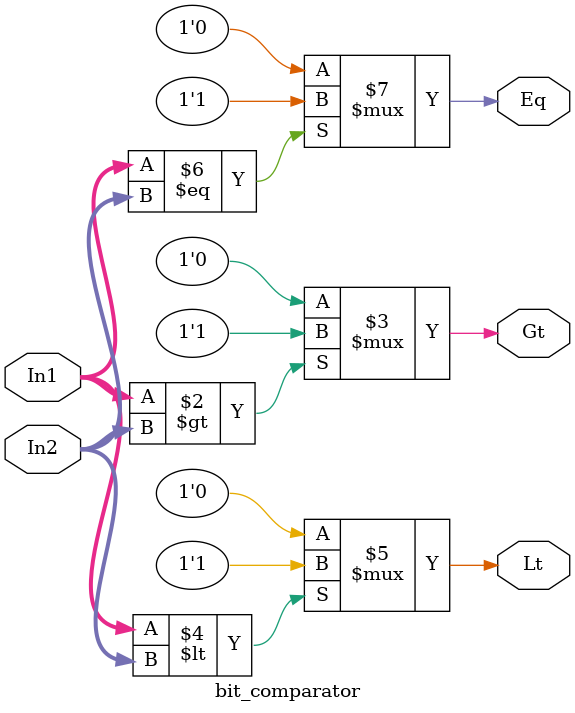
<source format=v>
`timescale 1ns / 1ps


module bit_comparator(In1,In2,Gt,Lt,Eq); 

input [7:0]  In1,  In2; //The two 8-bit Inputs In1 and In2 
output Gt, Lt, Eq; //The Outputs of comparison 
reg   Gt, Lt, Eq; 
always @ (In1 or In2) //Check the state of the input lines 
begin 
    Gt <= ( In1 > In2 )? 1'b1 : 1'b0; 
    Lt <= ( In1 < In2 )? 1'b1 : 1'b0; 
    Eq <= ( In1 == In2)? 1'b1 : 1'b0; 
end 
endmodule


</source>
